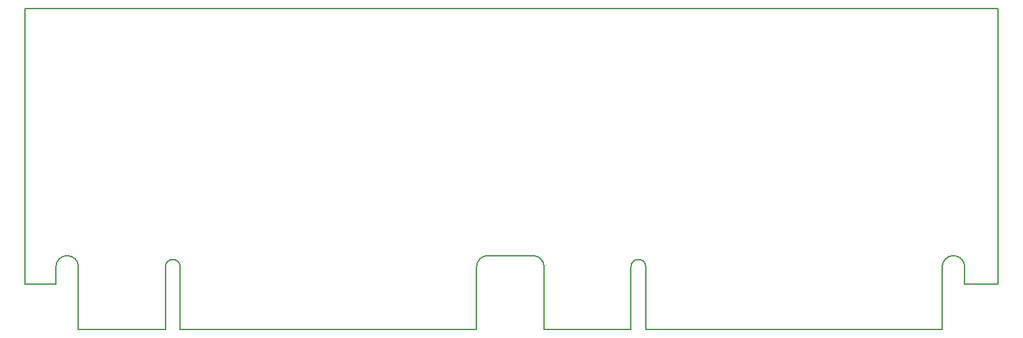
<source format=gm1>
G04 #@! TF.GenerationSoftware,KiCad,Pcbnew,(5.0.0-rc2-35-gda6600525)*
G04 #@! TF.CreationDate,2018-05-30T11:44:02-07:00*
G04 #@! TF.ProjectId,ram-based-register-card,72616D2D62617365642D726567697374,rev?*
G04 #@! TF.SameCoordinates,Original*
G04 #@! TF.FileFunction,Profile,NP*
%FSLAX46Y46*%
G04 Gerber Fmt 4.6, Leading zero omitted, Abs format (unit mm)*
G04 Created by KiCad (PCBNEW (5.0.0-rc2-35-gda6600525)) date 05/30/18 11:44:02*
%MOMM*%
%LPD*%
G01*
G04 APERTURE LIST*
%ADD10C,0.150000*%
G04 APERTURE END LIST*
D10*
X175500000Y-77250000D02*
X175500000Y-75050000D01*
X179800000Y-77250000D02*
X175500000Y-77250000D01*
X179800000Y-41800000D02*
X179800000Y-77250000D01*
X54400000Y-41800000D02*
X179800000Y-41800000D01*
X54400000Y-77300000D02*
X54400000Y-41800000D01*
X58400000Y-77300000D02*
X54400000Y-77300000D01*
X58400000Y-75050000D02*
X58400000Y-77300000D01*
X172600000Y-83100000D02*
X172600000Y-75050000D01*
X134400000Y-83100000D02*
X172600000Y-83100000D01*
X134400000Y-75050000D02*
X134400000Y-83100000D01*
X132500000Y-83100000D02*
X132500000Y-75050000D01*
X121300000Y-83100000D02*
X132500000Y-83100000D01*
X121300000Y-75050000D02*
X121300000Y-83100000D01*
X114050000Y-73600000D02*
X119850000Y-73600000D01*
X112600000Y-83100000D02*
X112600000Y-75050000D01*
X74400000Y-83100000D02*
X112600000Y-83100000D01*
X74400000Y-75050000D02*
X74400000Y-83100000D01*
X72500000Y-83100000D02*
X72500000Y-75050000D01*
X61300000Y-83100000D02*
X72500000Y-83100000D01*
X61300000Y-75050000D02*
X61300000Y-83100000D01*
X174050000Y-73600000D02*
G75*
G02X175500000Y-75050000I0J-1450000D01*
G01*
X172600000Y-75050000D02*
G75*
G02X174050000Y-73600000I1450000J0D01*
G01*
X59850000Y-73600000D02*
G75*
G02X61300000Y-75050000I0J-1450000D01*
G01*
X58400000Y-75050000D02*
G75*
G02X59850000Y-73600000I1450000J0D01*
G01*
X112600000Y-75050000D02*
G75*
G02X114050000Y-73600000I1450000J0D01*
G01*
X119850000Y-73600000D02*
G75*
G02X121300000Y-75050000I0J-1450000D01*
G01*
X132500000Y-75050000D02*
G75*
G02X134400000Y-75050000I950000J0D01*
G01*
X72500000Y-75050000D02*
G75*
G02X74400000Y-75050000I950000J0D01*
G01*
M02*

</source>
